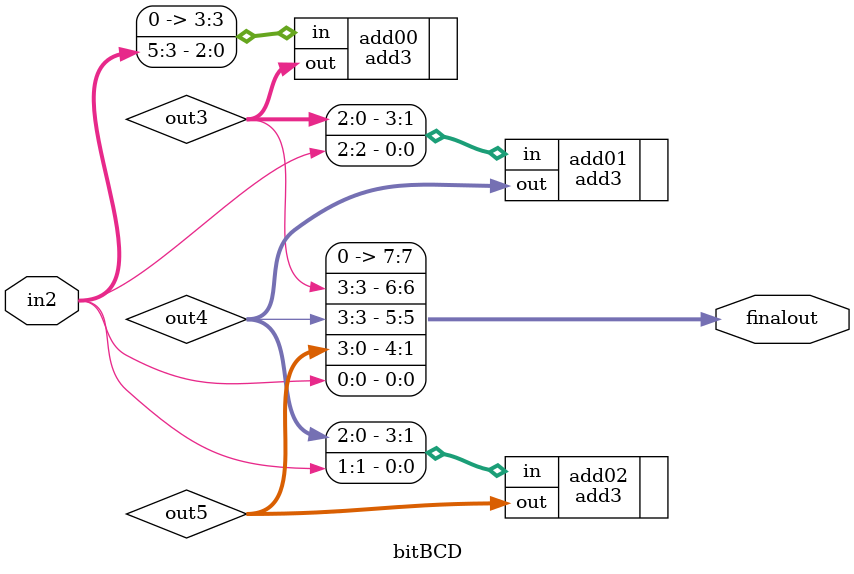
<source format=sv>
`timescale 1ns / 1ps



module bitBCD( input reg [5:0] in2,
output reg [7:0] finalout);

    wire [3:0] out3;
    add3 add00(.in({1'b0,in2[5:3]}),.out(out3[3:0]));
    
    wire [3:0] out4;
    add3 add01(.in({out3[2:0],in2[2]}),.out(out4[3:0]));
     
    wire [3:0] out5;
    add3 add02(.in({out4[2:0],in2[1]}),.out(out5[3:0]));
    
    assign finalout = {1'b0,out3[3],out4[3],out5,in2[0]};
    
endmodule
</source>
